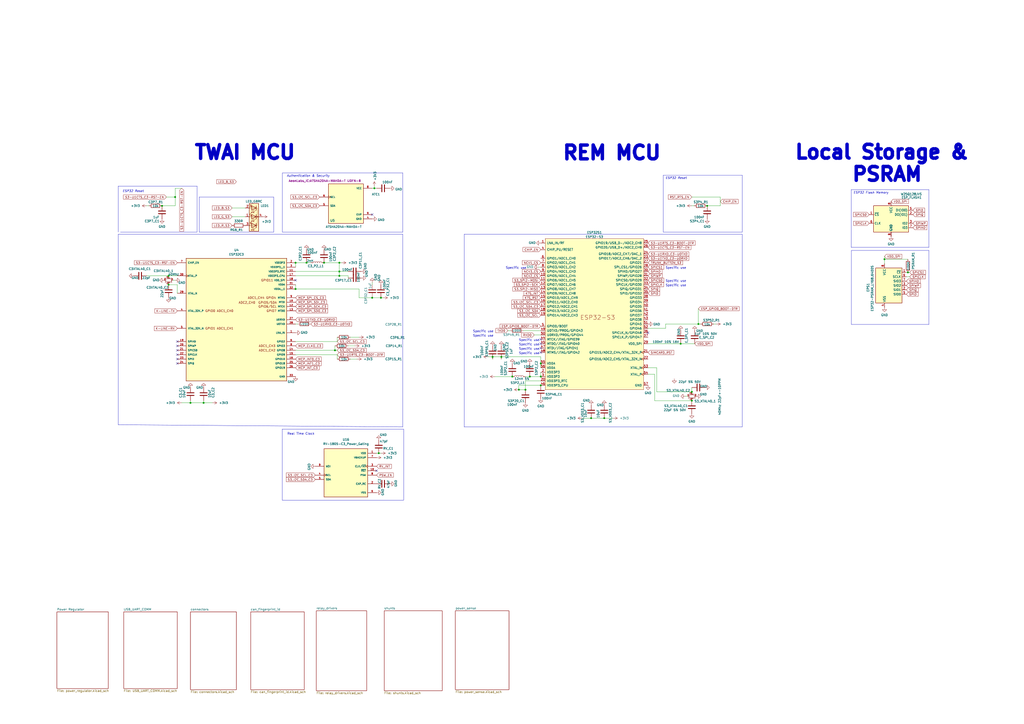
<source format=kicad_sch>
(kicad_sch (version 20240819) (generator "eeschema") (generator_version "8.99")
  (paper "A2")
  (title_block (title "Rear Electronic Module REM") (date "2024-05-24") (rev "rev. 06-2024") (company "WWW.AEONLABS.SCIENCE") (comment 1 "https://github.com/aeonSolutions") (comment 2 "License Creative Commons Share Alike non-commercial") (comment 3 "a PCB for the REM on 1998-2004 Volvo P2 models") (comment 4 "a direct replacement of the factory's original pcb"))
  (lib_symbols
    (symbol "+3V3_1" (power) (pin_names (offset 0))
      (property "Value" "+3V3_1" (at 0 3.556 0))
      (symbol "+3V3_1_1_1"
        (pin power_in line (at 0 0 90) (length 0) hide (name "+3V3") (number "1"))
      )
    )
    (symbol "AeonLabs_IC:ESP32C3" (pin_names (offset 1.016))
      (property "Reference" "U" (at -30.48 33.782 0))
      (property "Value" "ESP32C3" (at -10.414 -34.544 0))
      (symbol "ESP32C3_0_0"
        (pin input line (at -35.56 30.48 0) (length 5.08) (name "CHIP_EN") (number "7"))
        (pin input clock (at -35.56 22.86 0) (length 5.08) (name "XTAL_P") (number "30"))
        (pin output line (at -35.56 12.7 0) (length 5.08) (name "XTAL_N") (number "29"))
        (pin bidirectional line (at -35.56 2.54 0) (length 5.08) (name "XTAL_32K_P") (number "4"))
        (pin bidirectional line (at -35.56 -7.62 0) (length 5.08) (name "XTAL_32K_N") (number "5"))
        (pin bidirectional line (at -35.56 -15.24 0) (length 5.08) (name "SPIHD") (number "19"))
        (pin bidirectional line (at -35.56 -17.78 0) (length 5.08) (name "SPIWP") (number "20"))
        (pin bidirectional line (at -35.56 -20.32 0) (length 5.08) (name "SPICS0") (number "21"))
        (pin bidirectional line (at -35.56 -22.86 0) (length 5.08) (name "SPICLK") (number "22"))
        (pin bidirectional line (at -35.56 -25.4 0) (length 5.08) (name "SPID") (number "23"))
        (pin bidirectional line (at -35.56 -27.94 0) (length 5.08) (name "SPIQ") (number "24"))
        (pin power_in line (at 33.02 30.48 180) (length 5.08) (name "VDD3P3") (number "2"))
        (pin power_in line (at 33.02 27.94 180) (length 5.08) (name "VDD3P3__1") (number "3"))
        (pin power_in line (at 33.02 25.4 180) (length 5.08) (name "VDD3P3_RTC") (number "11"))
        (pin power_in line (at 33.02 22.86 180) (length 5.08) (name "VDD3P3_CPU") (number "17"))
        (pin power_in line (at 33.02 20.32 180) (length 5.08) (name "VDD_SPI") (number "18"))
        (pin power_in line (at 33.02 17.78 180) (length 5.08) (name "VDDA") (number "31"))
        (pin power_in line (at 33.02 15.24 180) (length 5.08) (name "VDDA__1") (number "32"))
        (pin bidirectional line (at 33.02 10.16 180) (length 5.08) (name "MTMS") (number "9"))
        (pin bidirectional line (at 33.02 7.62 180) (length 5.08) (name "MTDI") (number "10"))
        (pin bidirectional line (at 33.02 5.08 180) (length 5.08) (name "MTCK") (number "12"))
        (pin bidirectional line (at 33.02 2.54 180) (length 5.08) (name "MTDO") (number "13"))
        (pin bidirectional line (at 33.02 -2.54 180) (length 5.08) (name "U0RXD") (number "27"))
        (pin bidirectional line (at 33.02 -5.08 180) (length 5.08) (name "U0TXD") (number "28"))
        (pin bidirectional line (at 33.02 -10.16 180) (length 5.08) (name "LNA_IN") (number "1"))
        (pin bidirectional line (at 33.02 -15.24 180) (length 5.08) (name "GPIO2") (number "6"))
        (pin bidirectional line (at 33.02 -17.78 180) (length 5.08) (name "GPIO3") (number "8"))
        (pin bidirectional line (at 33.02 -20.32 180) (length 5.08) (name "GPIO8") (number "14"))
        (pin bidirectional line (at 33.02 -22.86 180) (length 5.08) (name "GPIO9") (number "15"))
        (pin bidirectional line (at 33.02 -25.4 180) (length 5.08) (name "GPIO10") (number "16"))
        (pin bidirectional line (at 33.02 -27.94 180) (length 5.08) (name "GPIO18") (number "25"))
        (pin bidirectional line (at 33.02 -30.48 180) (length 5.08) (name "GPIO19") (number "26"))
        (pin power_in line (at 33.02 -35.56 180) (length 5.08) (name "GND") (number "33"))
      )
      (symbol "ESP32C3_1_1"
        (text "GPIO0 ADC1_CH0" (at -11.176 2.54 0) (effects (font (size 1.27 1.27))))
        (text "GPIO1 ADC1_CH1" (at -11.176 -7.62 0) (effects (font (size 1.27 1.27))))
        (text "ADC2_CH0" (at 4.826 7.366 0) (effects (font (size 1.27 1.27))))
        (text "ADC1_CH4" (at 10.16 10.16 0) (effects (font (size 1.27 1.27))))
        (text "GPIO11" (at 16.51 20.32 0) (effects (font (size 1.27 1.27))))
        (text "ADC1_CH3" (at 16.51 -17.78 0) (effects (font (size 1.27 1.27))))
        (text "ADC1_CH2" (at 16.51 -20.32 0) (effects (font (size 1.27 1.27))))
        (text "GPIO5/SDA" (at 16.764 7.366 0) (effects (font (size 1.27 1.27))))
        (text "GPIO6/SCL" (at 16.764 5.08 0) (effects (font (size 1.27 1.27))))
        (text "GPIO4" (at 18.796 10.16 0) (effects (font (size 1.27 1.27))))
        (text "GPIO7" (at 19.05 2.54 0) (effects (font (size 1.27 1.27))))
      )
    )
    (symbol "AeonLabs_Power:RV-1805-C3_Power_Gating" (pin_names (offset 1.016))
      (property "Reference" "U" (at -12.7 13.462 0))
      (property "Value" "RV-1805-C3_Power_Gating" (at -12.7 -16.002 0))
      (symbol "RV-1805-C3_Power_Gating_0_0"
        (pin input line (at -17.78 2.54 0) (length 5.08) (name "WDI") (number "9"))
        (pin input clock (at -17.78 -2.54 0) (length 5.08) (name "SCL") (number "4"))
        (pin bidirectional line (at -17.78 -5.08 0) (length 5.08) (name "SDA") (number "5"))
        (pin power_in line (at 17.78 10.16 180) (length 5.08) (name "VDD") (number "1"))
        (pin power_in line (at 17.78 7.62 180) (length 5.08) (name "VBACKUP") (number "7"))
        (pin output clock (at 17.78 2.54 180) (length 5.08) (name "CLK/~{INT}") (number "3"))
        (pin output line (at 17.78 0 180) (length 5.08) (name "~{RST}") (number "10"))
        (pin output line (at 17.78 -2.54 180) (length 5.08) (name "PSW") (number "8"))
        (pin output line (at 17.78 -7.62 180) (length 5.08) (name "CAP_RC") (number "2"))
        (pin power_in line (at 17.78 -12.7 180) (length 5.08) (name "VSS") (number "6"))
      )
    )
    (symbol "Device:ATSHA204A-MAHDA-T" (pin_names (offset 1.016))
      (property "Reference" "U" (at -9.906 7.62 0))
      (property "Value" "ATSHA204A-MAHDA-T" (at -10.1854 -15.2654 0))
      (property "Footprint" "Package_SO:ATSHA204A Auth SOIC8" (at -7.112 14.478 0))
      (symbol "ATSHA204A-MAHDA-T_0_0"
        (pin input clock (at -15.24 2.54 0) (length 5.08) (name "SCL") (number "6"))
        (pin bidirectional line (at -15.24 -2.54 0) (length 5.08) (name "SDA") (number "5"))
        (pin power_in line (at 15.24 7.62 180) (length 5.08) (name "VCC") (number "8"))
        (pin power_in line (at 15.24 -7.62 180) (length 5.08) (name "EXP") (number "9"))
        (pin power_in line (at 15.24 -10.16 180) (length 5.08) (name "GND") (number "4"))
      )
    )
    (symbol "Device:C" (pin_numbers hide) (pin_names (offset 0.254))
      (property "Reference" "C" (at 0.635 2.54 0))
      (property "Value" "C" (at 0.635 -2.54 0))
      (symbol "C_1_1"
        (pin passive line (at 0 3.81 270) (length 2.794) (name "~") (number "1"))
        (pin passive line (at 0 -3.81 90) (length 2.794) (name "~") (number "2"))
      )
    )
    (symbol "Device:Crystal_GND24_Small" (pin_names (offset 1.016) hide)
      (property "Reference" "Y" (at 1.27 4.445 0))
      (property "Value" "Crystal_GND24_Small" (at 1.27 2.54 0))
      (symbol "Crystal_GND24_Small_1_1"
        (pin passive line (at -2.54 0 0) (length 1.27) (name "1") (number "1"))
        (pin passive line (at 0 2.54 270) (length 0.635) (name "4") (number "4"))
        (pin passive line (at 0 -2.54 90) (length 0.635) (name "2") (number "2"))
        (pin passive line (at 2.54 0 180) (length 1.27) (name "3") (number "3"))
      )
    )
    (symbol "Device:L" (pin_numbers hide) (pin_names (offset 1.016) hide)
      (property "Reference" "L" (at -1.27 0 90))
      (property "Value" "L" (at 1.905 0 90))
      (symbol "L_1_1"
        (pin passive line (at 0 3.81 270) (length 1.27) (name "1") (number "1"))
        (pin passive line (at 0 -3.81 90) (length 1.27) (name "2") (number "2"))
      )
    )
    (symbol "Device:LED_GBRC" (pin_names (offset 0) hide)
      (property "Reference" "D" (at 0 9.398 0))
      (property "Value" "Device_LED_GBRC" (at 0 -8.89 0))
      (symbol "LED_GBRC_0_0"
        (text "R" (at 1.905 3.81 0) (effects (font (size 1.27 1.27))))
        (text "G" (at 1.905 -1.27 0) (effects (font (size 1.27 1.27))))
        (text "B" (at 1.905 -6.35 0) (effects (font (size 1.27 1.27))))
      )
      (symbol "LED_GBRC_1_1"
        (pin passive line (at -5.08 0 0) (length 2.54) (name "K") (number "4"))
        (pin passive line (at 5.08 5.08 180) (length 2.54) (name "RA") (number "3"))
        (pin passive line (at 5.08 0 180) (length 2.54) (name "GA") (number "1"))
        (pin passive line (at 5.08 -5.08 180) (length 2.54) (name "BA") (number "2"))
      )
    )
    (symbol "Device:R" (pin_numbers hide) (pin_names (offset 0))
      (property "Reference" "R" (at 2.032 0 90))
      (property "Value" "R" (at 0 0 90))
      (symbol "R_1_1"
        (pin passive line (at 0 3.81 270) (length 1.27) (name "~") (number "1"))
        (pin passive line (at 0 -3.81 90) (length 1.27) (name "~") (number "2"))
      )
    )
    (symbol "Espressif:ESP32-S3" (pin_names (offset 1.016))
      (property "Reference" "U" (at 0 46.99 0))
      (property "Value" "ESP32-S3" (at 0 -43.18 0))
      (symbol "ESP32-S3_0_0"
        (text "ESP32-S3" (at 1.27 0 0) (effects (font (size 2.54 2.54))))
        (pin bidirectional line (at 30.48 -8.89 180) (length 2.54) (name "SPICLK_N/GPIO48") (number "36"))
        (pin bidirectional line (at 30.48 -11.43 180) (length 2.54) (name "SPICLK_P/GPIO47") (number "37"))
      )
      (symbol "ESP32-S3_1_1"
        (pin bidirectional line (at -31.75 43.18 0) (length 2.54) (name "LNA_IN/RF") (number "1"))
        (pin input line (at -31.75 39.37 0) (length 2.54) (name "CHIP_PU/RESET") (number "4"))
        (pin bidirectional line (at -31.75 34.29 0) (length 2.54) (name "GPIO1/ADC1_CH0") (number "6"))
        (pin bidirectional line (at -31.75 31.75 0) (length 2.54) (name "GPIO2/ADC1_CH1") (number "7"))
        (pin bidirectional line (at -31.75 29.21 0) (length 2.54) (name "GPIO3/ADC1_CH2") (number "8"))
        (pin bidirectional line (at -31.75 26.67 0) (length 2.54) (name "GPIO4/ADC1_CH3") (number "9"))
        (pin bidirectional line (at -31.75 24.13 0) (length 2.54) (name "GPIO5/ADC1_CH4") (number "10"))
        (pin bidirectional line (at -31.75 21.59 0) (length 2.54) (name "GPIO6/ADC1_CH5") (number "11"))
        (pin bidirectional line (at -31.75 19.05 0) (length 2.54) (name "GPIO7/ADC1_CH6") (number "12"))
        (pin bidirectional line (at -31.75 16.51 0) (length 2.54) (name "GPIO8/ADC1_CH7") (number "13"))
        (pin bidirectional line (at -31.75 13.97 0) (length 2.54) (name "GPIO9/ADC1_CH8") (number "14"))
        (pin bidirectional line (at -31.75 11.43 0) (length 2.54) (name "GPIO10/ADC1_CH9") (number "15"))
        (pin bidirectional line (at -31.75 8.89 0) (length 2.54) (name "GPIO11/ADC2_CH0") (number "16"))
        (pin bidirectional line (at -31.75 6.35 0) (length 2.54) (name "GPIO12/ADC2_CH1") (number "17"))
        (pin bidirectional line (at -31.75 3.81 0) (length 2.54) (name "GPIO13/ADC2_CH2") (number "18"))
        (pin bidirectional line (at -31.75 1.27 0) (length 2.54) (name "GPIO14/ADC2_CH3") (number "19"))
        (pin bidirectional line (at -31.75 -5.08 0) (length 2.54) (name "GPIO0/BOOT") (number "5"))
        (pin bidirectional line (at -31.75 -7.62 0) (length 2.54) (name "U0TXD/PROG/GPIO43") (number "49"))
        (pin bidirectional line (at -31.75 -10.16 0) (length 2.54) (name "U0RXD/PROG/GPIO44") (number "50"))
        (pin bidirectional line (at -31.75 -12.7 0) (length 2.54) (name "MTCK/JTAG/GPIO39") (number "44"))
        (pin bidirectional line (at -31.75 -15.24 0) (length 2.54) (name "MTDO/JTAG/GPIO40") (number "45"))
        (pin bidirectional line (at -31.75 -17.78 0) (length 2.54) (name "MTDI/JTAG/GPIO41") (number "47"))
        (pin bidirectional line (at -31.75 -20.32 0) (length 2.54) (name "MTMS/JTAG/GPIO42") (number "48"))
        (pin power_in line (at -31.75 -26.67 0) (length 2.54) (name "VDDA") (number "55"))
        (pin power_in line (at -31.75 -29.21 0) (length 2.54) (name "VDDA") (number "56"))
        (pin power_in line (at -31.75 -31.75 0) (length 2.54) (name "VDD3P3") (number "2"))
        (pin power_in line (at -31.75 -34.29 0) (length 2.54) (name "VDD3P3") (number "3"))
        (pin power_in line (at -31.75 -36.83 0) (length 2.54) (name "VDD3P3_RTC") (number "20"))
        (pin power_in line (at -31.75 -39.37 0) (length 2.54) (name "VDD3P3_CPU") (number "46"))
        (pin bidirectional line (at 30.48 43.18 180) (length 2.54) (name "GPIO19/USB_D-/ADC2_CH8") (number "25"))
        (pin bidirectional line (at 30.48 40.64 180) (length 2.54) (name "GPIO20/USB_D+/ADC2_CH9") (number "26"))
        (pin bidirectional line (at 30.48 36.83 180) (length 2.54) (name "GPIO18/ADC2_CH7/DAC_1") (number "24"))
        (pin bidirectional line (at 30.48 34.29 180) (length 2.54) (name "GPIO17/ADC2_CH6/DAC_2") (number "23"))
        (pin bidirectional line (at 30.48 31.75 180) (length 2.54) (name "GPIO21") (number "27"))
        (pin bidirectional line (at 30.48 29.21 180) (length 2.54) (name "SPI_CS1/GPIO26") (number "28"))
        (pin bidirectional line (at 30.48 26.67 180) (length 2.54) (name "SPIHD/GPIO27") (number "30"))
        (pin bidirectional line (at 30.48 24.13 180) (length 2.54) (name "SPIWP/GPIO28") (number "31"))
        (pin bidirectional line (at 30.48 21.59 180) (length 2.54) (name "SPICS0/GPIO29") (number "32"))
        (pin bidirectional line (at 30.48 19.05 180) (length 2.54) (name "SPICLK/GPIO30") (number "33"))
        (pin bidirectional line (at 30.48 16.51 180) (length 2.54) (name "SPIQ/GPIO31") (number "34"))
        (pin bidirectional line (at 30.48 13.97 180) (length 2.54) (name "SPID/GPIO32") (number "35"))
        (pin bidirectional line (at 30.48 11.43 180) (length 2.54) (name "GPIO33") (number "38"))
        (pin bidirectional line (at 30.48 8.89 180) (length 2.54) (name "GPIO34") (number "39"))
        (pin bidirectional line (at 30.48 6.35 180) (length 2.54) (name "GPIO35") (number "40"))
        (pin bidirectional line (at 30.48 3.81 180) (length 2.54) (name "GPIO36") (number "41"))
        (pin bidirectional line (at 30.48 1.27 180) (length 2.54) (name "GPIO37") (number "42"))
        (pin bidirectional line (at 30.48 -1.27 180) (length 2.54) (name "GPIO38") (number "43"))
        (pin bidirectional line (at 30.48 -3.81 180) (length 2.54) (name "GPIO45") (number "51"))
        (pin bidirectional line (at 30.48 -6.35 180) (length 2.54) (name "GPIO46") (number "52"))
        (pin power_out line (at 30.48 -15.24 180) (length 2.54) (name "VDD_SPI") (number "29"))
        (pin input clock (at 30.48 -20.32 180) (length 2.54) (name "GPIO15/ADC2_CH4/XTAL_32K_P") (number "21"))
        (pin output clock (at 30.48 -24.13 180) (length 2.54) (name "GPIO16/ADC2_CH5/XTAL_32K_N") (number "22"))
        (pin input clock (at 30.48 -29.21 180) (length 2.54) (name "XTAL_N") (number "53"))
        (pin output clock (at 30.48 -33.02 180) (length 2.54) (name "XTAL_P") (number "54"))
        (pin power_in line (at 30.48 -39.37 180) (length 2.54) (name "GND") (number "57"))
      )
    )
    (symbol "Memory_Flash:SPI_Flash_W25Q128JVS"
      (property "Reference" "ESP_FLASH1" (at -12.7 11.43 0))
      (property "Value" "W25Q128JVS" (at -14.478 9.398 0))
      (symbol "SPI_Flash_W25Q128JVS_1_1"
        (pin input line (at -12.7 2.54 0) (length 2.54) (name "~{CS}") (number "1"))
        (pin input line (at -12.7 -2.54 0) (length 2.54) (name "CLK") (number "6"))
        (pin power_in line (at 0 10.16 270) (length 2.54) (name "VCC") (number "8"))
        (pin power_in line (at 0 -10.16 90) (length 2.54) (name "GND") (number "4"))
        (pin power_in line (at 0 -10.16 90) (length 2.54) (name "GND") (number "9"))
        (pin bidirectional line (at 12.7 5.08 180) (length 2.54) (name "DI(IO0)") (number "5"))
        (pin bidirectional line (at 12.7 2.54 180) (length 2.54) (name "DO(IO1)") (number "2"))
        (pin bidirectional line (at 12.7 -2.54 180) (length 2.54) (name "IO2") (number "3"))
        (pin bidirectional line (at 12.7 -5.08 180) (length 2.54) (name "IO3") (number "7"))
      )
    )
    (symbol "Memory_RAM:ESP32-PSRAM_LY68L6400S"
      (property "Reference" "EPS" (at -5.08 0.508 0))
      (property "Value" "ESP32-PSRAM_LY68L6400S" (at -12.192 23.368 0))
      (symbol "ESP32-PSRAM_LY68L6400S_1_1"
        (pin power_in line (at -2.54 12.7 270) (length 2.54) (name "VCC") (number "8"))
        (pin power_in line (at -2.54 -12.7 90) (length 2.54) (name "VSS") (number "4"))
        (pin input line (at 10.16 7.62 180) (length 2.54) (name "~{CE}") (number "1"))
        (pin output line (at 10.16 5.08 180) (length 2.54) (name "SCLK") (number "6"))
        (pin bidirectional line (at 10.16 2.54 180) (length 2.54) (name "SIO3") (number "7"))
        (pin bidirectional line (at 10.16 0 180) (length 2.54) (name "SIO2") (number "3"))
        (pin input line (at 10.16 -2.54 180) (length 2.54) (name "SIO1") (number "2"))
        (pin output line (at 10.16 -5.08 180) (length 2.54) (name "SiO0") (number "5"))
      )
    )
    (symbol "power:+3V3" (power) (pin_names (offset 0))
      (property "Value" "+3V3" (at 0 3.556 0))
      (symbol "+3V3_1_1"
        (pin power_in line (at 0 0 90) (length 0) hide (name "+3V3") (number "1"))
      )
    )
    (symbol "power:GND" (power) (pin_names (offset 0))
      (property "Value" "GND" (at 0 -3.81 0))
      (symbol "GND_1_1"
        (pin power_in line (at 0 0 270) (length 0) hide (name "GND") (number "1"))
      )
    )
  )
  (rectangle (start 163.703 248.92) (end 234.1626 290.1442))
  (text "Specific use" (at 293.37 156.21 0) (effects (font (size 1.27 1.27)) (justify left bottom)))
  (text "REM MCU" (at 325.628 93.472 0) (effects (font (size 8 8) (thickness 2) (bold yes)) (justify left bottom)))
  (text "Specific use" (at 386.08 166.37 0) (effects (font (size 1.27 1.27)) (justify left bottom)))
  (text "ESP32 Flash Memory\n" (at 495.046 112.649 0) (effects (font (size 1.27 1.27) (italic yes)) (justify left bottom)))
  (text "Local Storage & \nPSRAM" (at 514.604 105.918 0) (effects (font (size 8 8) (thickness 2) (bold yes)) (justify bottom)))
  (text "Specific use" (at 274.32 193.04 0) (effects (font (size 1.27 1.27)) (justify left bottom)))
  (text "Specific use" (at 300.99 205.74 0) (effects (font (size 1.27 1.27)) (justify left bottom)))
  (text "Real Time Clock" (at 166.624 252.476 0) (effects (font (size 1.27 1.27)) (justify left bottom)))
  (text "ESP32 Reset" (at 386.08 104.14 0) (effects (font (size 1.27 1.27) (italic yes)) (justify left bottom)))
  (text "Specific use" (at 386.08 156.21 0) (effects (font (size 1.27 1.27)) (justify left bottom)))
  (text "Authentication & Security" (at 166.37 102.87 0) (effects (font (size 1.27 1.27) (italic yes)) (justify left bottom)))
  (text "Specific use" (at 300.99 203.2 0) (effects (font (size 1.27 1.27)) (justify left bottom)))
  (text "Specific use" (at 300.99 200.66 0) (effects (font (size 1.27 1.27)) (justify left bottom)))
  (text "ESP32 Reset" (at 71.12 111.76 0) (effects (font (size 1.27 1.27) (italic yes)) (justify left bottom)))
  (text "Specific use" (at 300.99 198.12 0) (effects (font (size 1.27 1.27)) (justify left bottom)))
  (text "Specific use" (at 274.32 195.58 0) (effects (font (size 1.27 1.27)) (justify left bottom)))
  (text "TWAI MCU" (at 112.014 93.218 0) (effects (font (size 8 8) (thickness 2) (bold yes)) (justify left bottom)))
  (text "Specific use" (at 386.08 163.83 0) (effects (font (size 1.27 1.27)) (justify left bottom)))
  (junction (at 405.13 187.96))
  (junction (at 220.98 172.72))
  (junction (at 196.85 160.02))
  (junction (at 304.8 226.06))
  (junction (at 194.31 203.2))
  (junction (at 171.45 167.64))
  (junction (at 93.98 119.38))
  (junction (at 196.85 152.4))
  (junction (at 187.96 152.4))
  (junction (at 410.21 119.38))
  (junction (at 97.79 160.02))
  (junction (at 297.18 218.44))
  (junction (at 97.79 165.1))
  (junction (at 401.32 232.41))
  (junction (at 513.08 150.368))
  (junction (at 313.69 218.44))
  (junction (at 401.32 227.33))
  (junction (at 350.52 242.57))
  (junction (at 526.669 157.988))
  (junction (at 307.34 218.44))
  (junction (at 101.6 114.3))
  (junction (at 313.69 210.82))
  (junction (at 219.71 262.89))
  (junction (at 300.99 226.06))
  (junction (at 171.45 152.4))
  (junction (at 196.85 157.48))
  (junction (at 285.75 207.01))
  (junction (at 217.17 109.22))
  (junction (at 290.83 207.01))
  (junction (at 110.49 233.68))
  (junction (at 394.843 199.39))
  (junction (at 118.11 233.68))
  (junction (at 342.9 242.57))
  (junction (at 177.8 152.4))
  (junction (at 313.69 223.52))
  (junction (at 215.9 172.72))
  (no_connect (at 102.87 205.74))
  (no_connect (at 218.44 273.05))
  (no_connect (at 102.87 208.28))
  (no_connect (at 313.69 199.39))
  (no_connect (at 313.69 196.85))
  (no_connect (at 215.9 124.46))
  (no_connect (at 313.69 204.47))
  (no_connect (at 171.45 162.56))
  (no_connect (at 375.92 193.04))
  (no_connect (at 102.87 200.66))
  (no_connect (at 102.87 198.12))
  (no_connect (at 102.87 203.2))
  (no_connect (at 313.69 201.93))
  (no_connect (at 102.87 210.82))
  (wire (pts (xy 101.6 109.22) (xy 101.6 114.3)))
  (wire (pts (xy 381 213.36) (xy 381 227.33)))
  (polyline (pts (xy 68.58 134.62) (xy 68.58 107.95)))
  (polyline (pts (xy 430.53 135.89) (xy 430.53 247.65)))
  (wire (pts (xy 205.74 200.66) (xy 201.93 200.66)))
  (wire (pts (xy 196.85 157.48) (xy 196.85 160.02)))
  (wire (pts (xy 313.69 210.82) (xy 313.69 213.36)))
  (wire (pts (xy 513.08 150.368) (xy 526.669 150.368)))
  (wire (pts (xy 300.99 226.06) (xy 300.99 223.52)))
  (wire (pts (xy 198.12 152.4) (xy 196.85 152.4)))
  (wire (pts (xy 215.9 172.72) (xy 220.98 172.72)))
  (polyline (pts (xy 233.68 135.89) (xy 233.68 247.65)))
  (wire (pts (xy 394.843 191.77) (xy 394.843 191.643)))
  (wire (pts (xy 287.02 218.44) (xy 297.18 218.44)))
  (wire (pts (xy 394.843 199.39) (xy 402.971 199.39)))
  (wire (pts (xy 142.24 120.65) (xy 134.62 120.65)))
  (wire (pts (xy 513.08 148.717) (xy 513.08 150.368)))
  (wire (pts (xy 219.71 262.89) (xy 218.44 262.89)))
  (polyline (pts (xy 493.776 143.51) (xy 493.776 109.982)))
  (wire (pts (xy 208.28 167.64) (xy 208.28 172.72)))
  (wire (pts (xy 415.29 187.96) (xy 414.02 187.96)))
  (wire (pts (xy 309.88 194.31) (xy 313.69 194.31)))
  (polyline (pts (xy 493.776 109.982) (xy 538.861 109.982)))
  (wire (pts (xy 194.31 200.66) (xy 194.31 203.2)))
  (wire (pts (xy 215.9 109.22) (xy 217.17 109.22)))
  (wire (pts (xy 350.52 242.57) (xy 355.6 242.57)))
  (wire (pts (xy 171.45 152.4) (xy 177.8 152.4)))
  (polyline (pts (xy 493.903 188.214) (xy 538.861 188.214)))
  (polyline (pts (xy 538.861 143.51) (xy 493.776 143.51)))
  (wire (pts (xy 207.01 208.28) (xy 203.2 208.28)))
  (wire (pts (xy 171.45 205.74) (xy 195.58 205.74)))
  (wire (pts (xy 290.83 208.28) (xy 290.83 207.01)))
  (wire (pts (xy 342.9 242.57) (xy 350.52 242.57)))
  (wire (pts (xy 105.41 233.68) (xy 110.49 233.68)))
  (wire (pts (xy 201.93 160.02) (xy 201.93 161.29)))
  (wire (pts (xy 375.92 190.5) (xy 386.08 190.5)))
  (polyline (pts (xy 115.57 114.3) (xy 115.57 134.62)))
  (wire (pts (xy 417.83 114.3) (xy 417.83 119.38)))
  (polyline (pts (xy 493.903 145.288) (xy 493.903 146.558)))
  (wire (pts (xy 220.98 172.72) (xy 222.25 172.72)))
  (wire (pts (xy 194.31 203.2) (xy 171.45 203.2)))
  (wire (pts (xy 220.98 262.89) (xy 219.71 262.89)))
  (wire (pts (xy 304.8 220.98) (xy 304.8 226.06)))
  (wire (pts (xy 513.08 150.368) (xy 513.08 152.908)))
  (wire (pts (xy 102.87 165.1) (xy 97.79 165.1)))
  (wire (pts (xy 375.92 213.36) (xy 381 213.36)))
  (wire (pts (xy 101.6 109.22) (xy 105.41 109.22)))
  (wire (pts (xy 196.85 157.48) (xy 201.93 157.48)))
  (wire (pts (xy 195.58 205.74) (xy 195.58 208.28)))
  (wire (pts (xy 401.32 119.38) (xy 402.59 119.38)))
  (wire (pts (xy 101.6 114.3) (xy 101.6 119.38)))
  (wire (pts (xy 110.49 233.68) (xy 118.11 233.68)))
  (wire (pts (xy 304.8 226.06) (xy 300.99 226.06)))
  (wire (pts (xy 97.79 160.02) (xy 102.87 160.02)))
  (wire (pts (xy 208.28 195.58) (xy 203.2 195.58)))
  (wire (pts (xy 307.34 218.44) (xy 313.69 218.44)))
  (wire (pts (xy 208.28 167.64) (xy 171.45 167.64)))
  (wire (pts (xy 110.49 232.41) (xy 110.49 233.68)))
  (polyline (pts (xy 68.58 135.89) (xy 233.68 135.89)))
  (wire (pts (xy 171.45 165.1) (xy 171.45 167.64)))
  (polyline (pts (xy 384.81 101.6) (xy 430.53 101.6)))
  (polyline (pts (xy 384.81 134.62) (xy 384.81 101.6)))
  (wire (pts (xy 313.69 207.01) (xy 313.69 210.82)))
  (wire (pts (xy 527.685 160.528) (xy 525.78 160.528)))
  (wire (pts (xy 85.09 119.38) (xy 86.36 119.38)))
  (wire (pts (xy 208.28 172.72) (xy 215.9 172.72)))
  (polyline (pts (xy 114.3 134.62) (xy 69.85 134.62)))
  (wire (pts (xy 401.32 227.33) (xy 381 227.33)))
  (polyline (pts (xy 233.68 247.65) (xy 68.58 246.38)))
  (polyline (pts (xy 538.861 188.214) (xy 538.861 145.288)))
  (wire (pts (xy 405.13 179.07) (xy 405.13 187.96)))
  (wire (pts (xy 304.8 218.44) (xy 307.34 218.44)))
  (wire (pts (xy 406.4 187.96) (xy 405.13 187.96)))
  (wire (pts (xy 526.669 157.988) (xy 527.685 157.988)))
  (polyline (pts (xy 430.53 134.62) (xy 384.81 134.62)))
  (wire (pts (xy 217.17 107.95) (xy 217.17 109.22)))
  (wire (pts (xy 401.32 224.79) (xy 401.32 227.33)))
  (wire (pts (xy 379.73 217.17) (xy 375.92 217.17)))
  (wire (pts (xy 401.32 114.3) (xy 417.83 114.3)))
  (wire (pts (xy 101.6 119.38) (xy 93.98 119.38)))
  (polyline (pts (xy 538.861 109.982) (xy 538.861 143.51)))
  (wire (pts (xy 386.08 187.96) (xy 405.13 187.96)))
  (wire (pts (xy 195.58 203.2) (xy 194.31 203.2)))
  (wire (pts (xy 283.21 207.01) (xy 285.75 207.01)))
  (wire (pts (xy 417.83 119.38) (xy 410.21 119.38)))
  (wire (pts (xy 379.73 232.41) (xy 401.32 232.41)))
  (wire (pts (xy 312.42 154.94) (xy 313.69 154.94)))
  (wire (pts (xy 171.45 152.4) (xy 171.45 154.94)))
  (wire (pts (xy 294.64 191.77) (xy 295.91 191.77)))
  (polyline (pts (xy 430.53 247.65) (xy 269.24 247.65)))
  (polyline (pts (xy 163.83 134.62) (xy 163.83 100.33)))
  (wire (pts (xy 290.83 207.01) (xy 313.69 207.01)))
  (wire (pts (xy 96.52 114.3) (xy 101.6 114.3)))
  (polyline (pts (xy 158.75 114.3) (xy 115.57 114.3)))
  (polyline (pts (xy 538.861 145.288) (xy 493.903 145.288)))
  (wire (pts (xy 118.11 232.41) (xy 118.11 233.68)))
  (polyline (pts (xy 68.58 246.38) (xy 68.58 135.89)))
  (wire (pts (xy 290.83 207.01) (xy 285.75 207.01)))
  (wire (pts (xy 196.85 160.02) (xy 201.93 160.02)))
  (wire (pts (xy 171.45 160.02) (xy 196.85 160.02)))
  (wire (pts (xy 118.11 233.68) (xy 123.19 233.68)))
  (polyline (pts (xy 493.903 146.685) (xy 493.903 188.214)))
  (wire (pts (xy 313.69 215.9) (xy 313.69 218.44)))
  (wire (pts (xy 196.85 152.4) (xy 187.96 152.4)))
  (wire (pts (xy 172.72 187.96) (xy 171.45 187.96)))
  (wire (pts (xy 313.69 220.98) (xy 304.8 220.98)))
  (wire (pts (xy 386.08 190.5) (xy 386.08 187.96)))
  (wire (pts (xy 177.8 152.4) (xy 180.34 152.4)))
  (polyline (pts (xy 430.53 101.6) (xy 430.53 134.62)))
  (wire (pts (xy 196.85 152.4) (xy 196.85 157.48)))
  (wire (pts (xy 285.75 208.28) (xy 285.75 207.01)))
  (wire (pts (xy 171.45 157.48) (xy 196.85 157.48)))
  (polyline (pts (xy 68.58 107.95) (xy 114.3 107.95)))
  (wire (pts (xy 375.92 199.39) (xy 394.843 199.39)))
  (polyline (pts (xy 233.68 134.62) (xy 163.83 134.62)))
  (polyline (pts (xy 269.24 135.89) (xy 430.53 135.89)))
  (wire (pts (xy 526.669 157.988) (xy 525.78 157.988)))
  (wire (pts (xy 85.09 160.02) (xy 97.79 160.02)))
  (wire (pts (xy 303.53 191.77) (xy 313.69 191.77)))
  (wire (pts (xy 300.99 223.52) (xy 313.69 223.52)))
  (wire (pts (xy 100.33 162.56) (xy 101.6 162.56)))
  (wire (pts (xy 134.62 125.73) (xy 142.24 125.73)))
  (polyline (pts (xy 269.24 247.65) (xy 269.24 135.89)))
  (wire (pts (xy 398.78 229.87) (xy 397.51 229.87)))
  (wire (pts (xy 379.73 232.41) (xy 379.73 217.17)))
  (polyline (pts (xy 114.3 107.95) (xy 114.3 134.62)))
  (wire (pts (xy 217.17 109.22) (xy 218.44 109.22)))
  (polyline (pts (xy 115.57 134.62) (xy 158.75 134.62)))
  (polyline (pts (xy 158.75 134.62) (xy 158.75 114.3)))
  (polyline (pts (xy 233.68 100.33) (xy 233.68 134.62)))
  (wire (pts (xy 102.87 165.1) (xy 102.87 170.18)))
  (wire (pts (xy 215.9 163.83) (xy 215.9 165.1)))
  (wire (pts (xy 195.58 198.12) (xy 171.45 198.12)))
  (wire (pts (xy 195.58 195.58) (xy 195.58 198.12)))
  (wire (pts (xy 337.82 242.57) (xy 342.9 242.57)))
  (polyline (pts (xy 163.83 100.33) (xy 233.68 100.33)))
  (global_label "S3-U1CTS_C3-RST-EN" (shape input) (at 105.41 109.22 270) (property "Intersheetrefs" "${INTERSHEET_REFS}" (effects (hide yes))))
  (global_label "ESP_GPIO0_BOOT-DTR" (shape input) (at 405.13 179.07 0) (property "Intersheetrefs" "${INTERSHEET_REFS}" (effects (hide yes))))
  (global_label "CHIP_EN" (shape input) (at 313.69 144.78 180) (property "Intersheetrefs" "${INTERSHEET_REFS}" (effects (hide yes))))
  (global_label "MCP_SPI_SDO_C3" (shape input) (at 171.45 180.34 0) (property "Intersheetrefs" "${INTERSHEET_REFS}" (effects (hide yes))))
  (global_label "S3-U1RXD_C3-U0TXD" (shape input) (at 180.34 187.96 0) (effects (font (italic yes))) (property "Intersheetrefs" "${INTERSHEET_REFS}" (effects (hide yes))))
  (global_label "SPID" (shape input) (at 529.59 121.92 0) (effects (font (italic yes))) (property "Intersheetrefs" "${INTERSHEET_REFS}" (effects (hide yes))))
  (global_label "S3_I2C_SDA_C3" (shape input) (at 182.88 278.13 180) (property "Intersheetrefs" "${INTERSHEET_REFS}" (effects (hide yes))))
  (global_label "MCP_SPI_SDI_C3" (shape input) (at 171.45 175.26 0) (property "Intersheetrefs" "${INTERSHEET_REFS}" (effects (hide yes))))
  (global_label "SPID" (shape input) (at 525.78 170.688 0) (effects (font (italic yes))) (property "Intersheetrefs" "${INTERSHEET_REFS}" (effects (hide yes))))
  (global_label "NCV1_CS" (shape input) (at 313.69 152.4 180) (property "Intersheetrefs" "${INTERSHEET_REFS}" (effects (hide yes))))
  (global_label "VDD_SPI" (shape input) (at 516.89 116.84 0) (effects (font (italic yes))) (property "Intersheetrefs" "${INTERSHEET_REFS}" (effects (hide yes))))
  (global_label "MCP_INT0_C3" (shape input) (at 171.45 208.28 0) (property "Intersheetrefs" "${INTERSHEET_REFS}" (effects (hide yes))))
  (global_label "K-LINE-RX" (shape input) (at 102.87 190.5 180) (property "Intersheetrefs" "${INTERSHEET_REFS}" (effects (hide yes))))
  (global_label "S3_I2C_SDA_C3" (shape input) (at 195.58 203.2 0) (property "Intersheetrefs" "${INTERSHEET_REFS}" (effects (hide yes))))
  (global_label "S3_I2C_SDA" (shape input) (at 313.69 180.34 180) (property "Intersheetrefs" "${INTERSHEET_REFS}" (effects (hide yes))))
  (global_label "PSW_EN" (shape input) (at 218.44 275.59 0) (property "Intersheetrefs" "${INTERSHEET_REFS}" (effects (hide yes))))
  (global_label "SPIWP" (shape input) (at 529.59 129.54 0) (effects (font (italic yes))) (property "Intersheetrefs" "${INTERSHEET_REFS}" (effects (hide yes))))
  (global_label "S3-U1CTS_C3-RST-EN" (shape input) (at 102.87 152.4 180) (property "Intersheetrefs" "${INTERSHEET_REFS}" (effects (hide yes))))
  (global_label "K-LINE-TX" (shape input) (at 102.87 180.34 180) (property "Intersheetrefs" "${INTERSHEET_REFS}" (effects (hide yes))))
  (global_label "NCV2_CS" (shape input) (at 313.69 160.02 180) (property "Intersheetrefs" "${INTERSHEET_REFS}" (effects (hide yes))))
  (global_label "SPICS0" (shape input) (at 375.92 162.56 0) (effects (font (italic yes))) (property "Intersheetrefs" "${INTERSHEET_REFS}" (effects (hide yes))))
  (global_label "SPIHD" (shape input) (at 529.59 132.08 0) (effects (font (italic yes))) (property "Intersheetrefs" "${INTERSHEET_REFS}" (effects (hide yes))))
  (global_label "LED_B_S3" (shape input) (at 134.62 120.65 180) (property "Intersheetrefs" "${INTERSHEET_REFS}" (effects (hide yes))))
  (global_label "S3_SPI2-MISO" (shape input) (at 313.69 167.64 180) (property "Intersheetrefs" "${INTERSHEET_REFS}" (effects (hide yes))))
  (global_label "S3_I2C_SDA_C3" (shape input) (at 185.42 119.38 180) (property "Intersheetrefs" "${INTERSHEET_REFS}" (effects (hide yes))))
  (global_label "RXD0" (shape input) (at 309.88 194.31 180) (property "Intersheetrefs" "${INTERSHEET_REFS}" (effects (hide yes))))
  (global_label "S3_I2C_SDA_C3" (shape input) (at 313.69 177.8 180) (property "Intersheetrefs" "${INTERSHEET_REFS}" (effects (hide yes))))
  (global_label "S3_I2C_SCL_C3" (shape input) (at 313.69 175.26 180) (property "Intersheetrefs" "${INTERSHEET_REFS}" (effects (hide yes))))
  (global_label "S3_I2C_SCL_C3" (shape input) (at 182.88 275.59 180) (property "Intersheetrefs" "${INTERSHEET_REFS}" (effects (hide yes))))
  (global_label "TRUNK_BUTTON_S3" (shape input) (at 375.92 152.4 0) (effects (font (italic yes))) (property "Intersheetrefs" "${INTERSHEET_REFS}" (effects (hide yes))))
  (global_label "MCP_CLKO_C3" (shape input) (at 171.45 200.66 0) (property "Intersheetrefs" "${INTERSHEET_REFS}" (effects (hide yes))))
  (global_label "CHIP_EN" (shape input) (at 417.83 116.84 0) (property "Intersheetrefs" "${INTERSHEET_REFS}" (effects (hide yes))))
  (global_label "KTS_INT" (shape input) (at 313.69 170.18 180) (property "Intersheetrefs" "${INTERSHEET_REFS}" (effects (hide yes))))
  (global_label "LED_B_S3" (shape input) (at 137.16 105.41 180) (property "Intersheetrefs" "${INTERSHEET_REFS}" (effects (hide yes))))
  (global_label "SPIWP" (shape input) (at 525.78 165.608 0) (effects (font (italic yes))) (property "Intersheetrefs" "${INTERSHEET_REFS}" (effects (hide yes))))
  (global_label "KTS_RST" (shape input) (at 313.69 172.72 180) (property "Intersheetrefs" "${INTERSHEET_REFS}" (effects (hide yes))))
  (global_label "VDD_SPI" (shape input) (at 402.971 199.39 0) (property "Intersheetrefs" "${INTERSHEET_REFS}" (effects (hide yes))))
  (global_label "S3_I2C_SCL_C3" (shape input) (at 185.42 114.3 180) (property "Intersheetrefs" "${INTERSHEET_REFS}" (effects (hide yes))))
  (global_label "SPIQ" (shape input) (at 525.78 168.148 0) (effects (font (italic yes))) (property "Intersheetrefs" "${INTERSHEET_REFS}" (effects (hide yes))))
  (global_label "S3_I2C_SCL" (shape input) (at 313.69 182.88 180) (property "Intersheetrefs" "${INTERSHEET_REFS}" (effects (hide yes))))
  (global_label "S3-U1TXD_C3-U0RXD" (shape input) (at 171.45 185.42 0) (effects (font (italic yes))) (property "Intersheetrefs" "${INTERSHEET_REFS}" (effects (hide yes))))
  (global_label "LED_R_S3" (shape input) (at 134.62 130.81 180) (property "Intersheetrefs" "${INTERSHEET_REFS}" (effects (hide yes))))
  (global_label "SPICLK" (shape input) (at 375.92 165.1 0) (effects (font (italic yes))) (property "Intersheetrefs" "${INTERSHEET_REFS}" (effects (hide yes))))
  (global_label "S3-U1RTS_C3-BOOT-DTR" (shape input) (at 375.92 140.97 0) (effects (font (italic yes))) (property "Intersheetrefs" "${INTERSHEET_REFS}" (effects (hide yes))))
  (global_label "S3_SPI2-MOSI" (shape input) (at 313.69 162.56 180) (property "Intersheetrefs" "${INTERSHEET_REFS}" (effects (hide yes))))
  (global_label "RV_INT" (shape input) (at 218.44 270.51 0) (property "Intersheetrefs" "${INTERSHEET_REFS}" (effects (hide yes))))
  (global_label "S3-U1RXD_C3-U0TXD" (shape input) (at 375.92 147.32 0) (effects (font (italic yes))) (property "Intersheetrefs" "${INTERSHEET_REFS}" (effects (hide yes))))
  (global_label "S3-U1CTS_C3-RST-EN" (shape input) (at 375.92 143.51 0) (effects (font (italic yes))) (property "Intersheetrefs" "${INTERSHEET_REFS}" (effects (hide yes))))
  (global_label "SPIQ" (shape input) (at 529.59 124.46 0) (effects (font (italic yes))) (property "Intersheetrefs" "${INTERSHEET_REFS}" (effects (hide yes))))
  (global_label "MCP_INT_C3" (shape input) (at 171.45 213.36 0) (property "Intersheetrefs" "${INTERSHEET_REFS}" (effects (hide yes))))
  (global_label "S3_SPI2-SCK" (shape input) (at 313.69 165.1 180) (property "Intersheetrefs" "${INTERSHEET_REFS}" (effects (hide yes))))
  (global_label "TXD0" (shape input) (at 294.64 191.77 180) (property "Intersheetrefs" "${INTERSHEET_REFS}" (effects (hide yes))))
  (global_label "MCP_INT1_C3" (shape input) (at 171.45 210.82 0) (property "Intersheetrefs" "${INTERSHEET_REFS}" (effects (hide yes))))
  (global_label "SPICS0" (shape input) (at 504.19 124.46 180) (effects (font (italic yes))) (property "Intersheetrefs" "${INTERSHEET_REFS}" (effects (hide yes))))
  (global_label "SPIHD" (shape input) (at 375.92 157.48 0) (effects (font (italic yes))) (property "Intersheetrefs" "${INTERSHEET_REFS}" (effects (hide yes))))
  (global_label "RST_RTS_EN" (shape input) (at 401.32 114.3 180) (property "Intersheetrefs" "${INTERSHEET_REFS}" (effects (hide yes))))
  (global_label "ESP_GPIO0_BOOT-DTR" (shape input) (at 313.69 189.23 180) (property "Intersheetrefs" "${INTERSHEET_REFS}" (effects (hide yes))))
  (global_label "MCP_SPI_SCK_C3" (shape input) (at 171.45 177.8 0) (property "Intersheetrefs" "${INTERSHEET_REFS}" (effects (hide yes))))
  (global_label "LED_G_S3" (shape input) (at 134.62 125.73 180) (property "Intersheetrefs" "${INTERSHEET_REFS}" (effects (hide yes))))
  (global_label "S3-U1TXD_C3-U0RXD" (shape input) (at 375.92 149.86 0) (effects (font (italic yes))) (property "Intersheetrefs" "${INTERSHEET_REFS}" (effects (hide yes))))
  (global_label "SPICLK" (shape input) (at 504.19 129.54 180) (effects (font (italic yes))) (property "Intersheetrefs" "${INTERSHEET_REFS}" (effects (hide yes))))
  (global_label "VDD_SPI" (shape input) (at 513.08 148.717 0) (effects (font (italic yes))) (property "Intersheetrefs" "${INTERSHEET_REFS}" (effects (hide yes))))
  (global_label "SPIQ" (shape input) (at 375.92 167.64 0) (effects (font (italic yes))) (property "Intersheetrefs" "${INTERSHEET_REFS}" (effects (hide yes))))
  (global_label "NCV3_CS" (shape input) (at 313.69 157.48 180) (property "Intersheetrefs" "${INTERSHEET_REFS}" (effects (hide yes))))
  (global_label "SPIWP" (shape input) (at 375.92 160.02 0) (effects (font (italic yes))) (property "Intersheetrefs" "${INTERSHEET_REFS}" (effects (hide yes))))
  (global_label "SPICLK" (shape input) (at 527.685 160.528 0) (effects (font (italic yes))) (property "Intersheetrefs" "${INTERSHEET_REFS}" (effects (hide yes))))
  (global_label "S3-U1CTS_C3-RST-EN" (shape input) (at 96.52 114.3 180) (effects (font (italic yes))) (property "Intersheetrefs" "${INTERSHEET_REFS}" (effects (hide yes))))
  (global_label "SIMCARD_RST" (shape input) (at 375.92 204.47 0) (property "Intersheetrefs" "${INTERSHEET_REFS}" (effects (hide yes))))
  (global_label "S3-U1RTS_C3-BOOT-DTR" (shape input) (at 195.58 205.74 0) (effects (font (italic yes))) (property "Intersheetrefs" "${INTERSHEET_REFS}" (effects (hide yes))))
  (global_label "S3_I2C_SCL_C3" (shape input) (at 195.58 198.12 0) (property "Intersheetrefs" "${INTERSHEET_REFS}" (effects (hide yes))))
  (global_label "MCP_SPI_CS_C3" (shape input) (at 171.45 172.72 0) (property "Intersheetrefs" "${INTERSHEET_REFS}" (effects (hide yes))))
  (global_label "SPICS1" (shape input) (at 375.92 154.94 0) (effects (font (italic yes))) (property "Intersheetrefs" "${INTERSHEET_REFS}" (effects (hide yes))))
  (global_label "SPIHD" (shape input) (at 525.78 163.068 0) (effects (font (italic yes))) (property "Intersheetrefs" "${INTERSHEET_REFS}" (effects (hide yes))))
  (global_label "SPICS1" (shape input) (at 527.685 157.988 0) (effects (font (italic yes))) (property "Intersheetrefs" "${INTERSHEET_REFS}" (effects (hide yes))))
  (global_label "SPID" (shape input) (at 375.92 170.18 0) (effects (font (italic yes))) (property "Intersheetrefs" "${INTERSHEET_REFS}" (effects (hide yes))))
  (symbol (lib_id "power:GND") (at 397.51 229.87 270) (unit 1)
    (property "Reference" "#PWR0121" (effects (hide yes)))
    (property "Value" "GND" (at 394.208 229.616 90) (effects (justify right)))
  )
  (symbol (lib_id "Device:LED_GBRC") (at 147.32 125.73 180) (unit 1)
    (property "Reference" "LED1" (at 153.543 119.38 0))
    (property "Value" "LED_GBRC" (at 147.32 116.84 0))
    (property "Footprint" "AeonLabs_Power:LED_1206_3210_RGB_Metric" (effects (hide yes)))
  )
  (symbol (lib_id "power:GND") (at 410.21 127 0) (unit 1)
    (property "Reference" "#PWR0126" (effects (hide yes)))
    (property "Value" "GND" (at 410.21 131.4434 0))
  )
  (symbol (lib_id "Memory_Flash:SPI_Flash_W25Q128JVS") (at 516.89 127 0) (unit 1)
    (property "Reference" "ESP_FLASH1" (at 522.8844 114.5794 0) (effects (justify left)))
    (property "Value" "W25Q128JVS" (at 522.478 112.5982 0) (effects (justify left)))
    (property "Footprint" "AeonLabs Storage:WSON8 FLASH SPI SON127P800X600X80-9N" (effects (hide yes)))
    (property "Datasheet" "http://www.winbond.com/resource-files/w25q128jv_dtr%20revc%2003272018%20plus.pdf" (effects (hide yes)))
  )
  (symbol (lib_id "Device:C") (at 205.74 161.29 90) (mirror x) (unit 1)
    (property "Reference" "C3P17_C1" (at 204.1398 162.5854 90) (effects (justify left)))
    (property "Value" "100nF" (at 207.9244 157.734 0) (effects (justify left)))
    (property "Footprint" "Capacitor_SMD:C_0402_1005Metric" (effects (hide yes)))
  )
  (symbol (lib_id "Device:C") (at 290.83 204.47 0) (unit 1)
    (property "Reference" "S3P55_C2" (at 294.132 208.1022 90) (effects (justify left)))
    (property "Value" "1uF" (at 296.4688 205.5622 90) (effects (justify left)))
    (property "Footprint" "Capacitor_SMD:C_0402_1005Metric" (effects (hide yes)))
  )
  (symbol (lib_id "AeonLabs_IC:ESP32C3") (at 138.43 182.88 0) (unit 1)
    (property "Reference" "U4" (at 137.16 145.0594 0))
    (property "Value" "ESP32C3" (at 137.16 147.5994 0))
    (property "Footprint" "AeonLabs_IC:ESP32 C3" (effects (hide yes)))
    (property "Description" "\nWiFi Modules (802.11) (Engineering Samples Only) SMD IC ESP32-C3, RISC-V single-core MCU, 2.4G Wi-Fi & BLE 5.0 combo, QFN 32-pin, 5*5 mm, 40 ~ 105C\n" (effects (hide yes)))
    (property "MF" "Espressif Systems" (effects (hide yes)))
    (property "Package" "VFQFN-32 Espressif Systems" (effects (hide yes)))
    (property "Price" "None" (effects (hide yes)))
    (property "SnapEDA_Link" "https://www.snapeda.com/parts/ESP32-C3/Espressif+Systems/view-part/?ref=snap" (effects (hide yes)))
    (property "MP" "ESP32-C3" (effects (hide yes)))
    (property "Purchase-URL" "https://www.snapeda.com/api/url_track_click_mouser/?unipart_id=5833677&manufacturer=Espressif Systems&part_name=ESP32-C3&search_term=None" (effects (hide yes)))
    (property "Availability" "In Stock" (effects (hide yes)))
    (property "Check_prices" "https://www.snapeda.com/parts/ESP32-C3/Espressif+Systems/view-part/?ref=eda" (effects (hide yes)))
    (property "Description_1" "\nWiFi Modules (802.11) (Engineering Samples Only) SMD IC ESP32-C3, RISC-V single-core MCU, 2.4G Wi-Fi & BLE 5.0 combo, QFN 32-pin, 5*5 mm, 40 ~ 105C\n" (effects (hide yes)))
  )
  (symbol (lib_id "Device:C") (at 215.9 168.91 0) (mirror y) (unit 1)
    (property "Reference" "C3P32_C1" (at 212.217 176.3776 90) (effects (justify left)))
    (property "Value" "1uF" (at 214.6808 167.6146 90) (effects (justify left)))
    (property "Footprint" "Capacitor_SMD:C_0402_1005Metric" (effects (hide yes)))
  )
  (symbol (lib_id "power:GND") (at 226.06 109.22 90) (unit 1)
    (property "Reference" "#PWR0102" (effects (hide yes)))
    (property "Value" "GND" (at 229.1842 109.7788 90) (effects (justify right)))
  )
  (symbol (lib_id "power:GND") (at 226.06 280.67 90) (mirror x) (unit 1)
    (property "Reference" "#PWR0315" (effects (hide yes)))
    (property "Value" "GND" (at 229.616 280.416 0))
  )
  (symbol (lib_id "power:GND") (at 97.79 172.72 0) (mirror y) (unit 1)
    (property "Reference" "#PWR080" (effects (hide yes)))
    (property "Value" "GND" (at 100.1522 172.9486 0))
  )
  (symbol (lib_id "Device:C") (at 187.96 148.59 180) (unit 1)
    (property "Reference" "C3P2_C2" (at 194.056 142.9258 90) (effects (justify left)))
    (property "Value" "100nF" (at 191.8462 145.8468 90) (effects (justify left)))
    (property "Footprint" "Capacitor_SMD:C_0402_1005Metric" (effects (hide yes)))
  )
  (symbol (lib_id "Device:Crystal_GND24_Small") (at 97.79 162.56 270) (mirror x) (unit 1)
    (property "Reference" "C3XTAL40_1" (at 94.8436 157.1498 90))
    (property "Value" "40Mhz" (at 100.711 159.131 90))
    (property "Footprint" "Crystal:Crystal_SMD_3225-4Pin_3.2x2.5mm" (effects (hide yes)))
  )
  (symbol (lib_id "power:GND") (at 342.9 234.95 0) (mirror x) (unit 1)
    (property "Reference" "#PWR0115" (effects (hide yes)))
    (property "Value" "GND" (at 340.1314 232.3084 0))
  )
  (symbol (lib_id "Device:Crystal_GND24_Small") (at 401.32 229.87 90) (unit 1)
    (property "Reference" "S3_XTAL40_1" (at 409.0416 232.7148 90))
    (property "Value" "40Mhz 22pF+-10PPM" (at 417.449 230.124 0))
    (property "Footprint" "Crystal:Crystal_SMD_3225-4Pin_3.2x2.5mm" (effects (hide yes)))
  )
  (symbol (lib_id "power:GND") (at 313.69 140.97 270) (unit 1)
    (property "Reference" "#PWR0112" (effects (hide yes)))
    (property "Value" "GND" (at 310.769 140.843 90) (effects (justify right)))
  )
  (symbol (lib_name "+3V3_1") (lib_id "power:+3V3") (at 337.82 242.57 90) (mirror x) (unit 1)
    (property "Reference" "#PWR0114" (effects (hide yes)))
    (property "Value" "+3V3" (at 333.9592 242.57 90) (effects (justify left)))
  )
  (symbol (lib_id "power:GND") (at 110.49 224.79 0) (mirror x) (unit 1)
    (property "Reference" "#PWR083" (effects (hide yes)))
    (property "Value" "GND" (at 108.204 224.79 0))
  )
  (symbol (lib_id "Device:C") (at 93.98 123.19 180) (unit 1)
    (property "Reference" "C3P7_C1" (at 92.456 128.27 0) (effects (justify left)))
    (property "Value" "1uF" (at 92.456 125.984 0) (effects (justify left)))
    (property "Footprint" "Capacitor_SMD:C_0603_1608Metric" (effects (hide yes)))
  )
  (symbol (lib_id "Device:R") (at 526.669 154.178 180) (unit 1)
    (property "Reference" "PSRAM_R1" (at 529.7424 151.257 90))
    (property "Value" "100K" (at 526.8976 154.2034 90))
    (property "Footprint" "Resistor_SMD:R_0402_1005Metric" (effects (hide yes)))
  )
  (symbol (lib_id "power:GND") (at 375.92 187.96 90) (unit 1)
    (property "Reference" "#PWR0118" (effects (hide yes)))
    (property "Value" "GND" (at 378.841 188.087 90) (effects (justify right)))
  )
  (symbol (lib_id "Device:R") (at 138.43 130.81 90) (unit 1)
    (property "Reference" "RGB_R1" (at 140.97 133.35 90) (effects (justify left)))
    (property "Value" "330R" (at 140.97 128.27 90) (effects (justify left)))
    (property "Footprint" "Resistor_SMD:R_0402_1005Metric" (effects (hide yes)))
  )
  (symbol (lib_id "Device:ATSHA204A-MAHDA-T") (at 200.66 116.84 0) (unit 1)
    (property "Reference" "U5" (at 192.8876 127.9398 0))
    (property "Value" "ATSHA204A-MAHDA-T" (at 199.3646 131.5466 0))
    (property "Footprint" "AeonLabs_IC:ATSHA204A-MAHDA-T UDFN-8" (at 188.3918 104.902 0))
    (property "MANUFACTURER" "Microchip" (effects (hide yes)))
    (property "STANDARD" "Manufacturer recommendation" (effects (hide yes)))
    (property "PART_REV" "A" (effects (hide yes)))
  )
  (symbol (lib_id "Device:C") (at 222.25 280.67 270) (unit 1)
    (property "Reference" "RV_C2" (at 220.1418 277.622 0) (effects (justify left)))
    (property "Value" "47pF" (at 225.298 278.384 0) (effects (justify left)))
    (property "Footprint" "Capacitor_SMD:C_0402_1005Metric" (effects (hide yes)))
  )
  (symbol (lib_id "AeonLabs_Power:RV-1805-C3_Power_Gating") (at 200.66 273.05 0) (unit 1)
    (property "Reference" "U16" (at 200.66 254.9652 0))
    (property "Value" "RV-1805-C3_Power_Gating" (at 200.66 257.5052 0))
    (property "Footprint" "AeonLabs_Power:IC_RV-1805-C3 Power Gating" (effects (hide yes)))
    (property "Description" "\nReal-Time Clock Module in 2.5 x 3.7 mm package\n" (effects (hide yes)))
    (property "MF" "Micro Crystal" (effects (hide yes)))
    (property "MAXIMUM_PACKAGE_HEIGHT" "0.9 mm" (effects (hide yes)))
    (property "Package" "QFN-10 Micro Crystal" (effects (hide yes)))
    (property "Price" "None" (effects (hide yes)))
    (property "Check_prices" "https://www.snapeda.com/parts/RV-1805-C3/Micro+Crystal/view-part/?ref=eda" (effects (hide yes)))
    (property "STANDARD" "Manufacturer Recommendations" (effects (hide yes)))
    (property "PARTREV" "6.2/05.2020" (effects (hide yes)))
    (property "SnapEDA_Link" "https://www.snapeda.com/parts/RV-1805-C3/Micro+Crystal/view-part/?ref=snap" (effects (hide yes)))
    (property "MP" "RV-1805-C3" (effects (hide yes)))
    (property "Availability" "Not in stock" (effects (hide yes)))
    (property "MANUFACTURER" "Micro Crystal" (effects (hide yes)))
  )
  (symbol (lib_name "+3V3_1") (lib_id "power:+3V3") (at 415.29 187.96 270) (unit 1)
    (property "Reference" "#PWR0127" (effects (hide yes)))
    (property "Value" "+3V3" (at 419.1508 187.96 90) (effects (justify left)))
  )
  (symbol (lib_id "power:GND") (at 101.6 162.56 90) (mirror x) (unit 1)
    (property "Reference" "#PWR081" (effects (hide yes)))
    (property "Value" "GND" (at 103.4288 163.9824 90) (effects (justify right)))
  )
  (symbol (lib_id "Device:C") (at 177.8 148.59 180) (unit 1)
    (property "Reference" "C3P2_C1" (at 174.1678 142.7734 90) (effects (justify left)))
    (property "Value" "100nF" (at 184.3278 146.5834 0) (effects (justify left)))
    (property "Footprint" "Capacitor_SMD:C_0402_1005Metric" (effects (hide yes)))
  )
  (symbol (lib_id "Device:C") (at 110.49 228.6 0) (mirror x) (unit 1)
    (property "Reference" "C3_C1" (at 104.775 224.6884 90) (effects (justify left)))
    (property "Value" "10uF" (at 106.7562 225.933 90) (effects (justify left)))
    (property "Footprint" "Capacitor_SMD:C_0603_1608Metric" (effects (hide yes)))
  )
  (symbol (lib_id "power:GND") (at 187.96 144.78 180) (unit 1)
    (property "Reference" "#PWR090" (effects (hide yes)))
    (property "Value" "GND" (at 190.0936 144.6022 0))
  )
  (symbol (lib_id "power:GND") (at 350.52 234.95 0) (mirror x) (unit 1)
    (property "Reference" "#PWR0116" (effects (hide yes)))
    (property "Value" "GND" (at 348.234 234.95 0))
  )
  (symbol (lib_id "power:+3V3") (at 217.17 107.95 0) (unit 1)
    (property "Reference" "#PWR099" (effects (hide yes)))
    (property "Value" "+3V3" (at 217.551 104.6988 90) (effects (justify left)))
  )
  (symbol (lib_id "Device:L") (at 184.15 152.4 270) (mirror x) (unit 1)
    (property "Reference" "C3_P2_L1" (at 183.1594 154.3304 90))
    (property "Value" "2nH" (at 179.9082 151.3078 90))
    (property "Footprint" "Inductor_SMD:L_0603_1608Metric" (effects (hide yes)))
  )
  (symbol (lib_id "power:GND") (at 290.83 200.66 180) (unit 1)
    (property "Reference" "#PWR0106" (effects (hide yes)))
    (property "Value" "GND" (at 292.4556 203.4286 90) (effects (justify right)))
  )
  (symbol (lib_name "+3V3_1") (lib_id "power:+3V3") (at 300.99 226.06 90) (unit 1)
    (property "Reference" "#PWR0108" (effects (hide yes)))
    (property "Value" "+3V3" (at 297.1292 226.06 90) (effects (justify left)))
  )
  (symbol (lib_id "Memory_RAM:ESP32-PSRAM_LY68L6400S") (at 515.62 165.608 0) (unit 1)
    (property "Reference" "EPS1" (at 503.555 164.211 90) (effects (justify right)))
    (property "Value" "ESP32-PSRAM_LY68L6400S" (at 505.968 153.924 90) (effects (justify right)))
    (property "Footprint" "AeonLabs Storage:WSON8 FLASH SPI SON127P800X600X80-9N" (effects (hide yes)))
    (property "Datasheet" "https://www.espressif.com/sites/default/files/documentation/esp-psram32_datasheet_en.pdf" (effects (hide yes)))
  )
  (symbol (lib_name "+3V3_1") (lib_id "power:+3V3") (at 123.19 233.68 270) (unit 1)
    (property "Reference" "#PWR085" (effects (hide yes)))
    (property "Value" "+3V3" (at 127.0508 233.68 90) (effects (justify left)))
  )
  (symbol (lib_id "Device:C") (at 81.28 160.02 270) (mirror x) (unit 1)
    (property "Reference" "C3XTAL40_C1" (at 74.6506 155.9814 90) (effects (justify left)))
    (property "Value" "22pF" (at 82.423 161.2138 90) (effects (justify left)))
    (property "Footprint" "Capacitor_SMD:C_0402_1005Metric" (effects (hide yes)))
  )
  (symbol (lib_id "Device:C") (at 304.8 229.87 0) (unit 1)
    (property "Reference" "S3P20_C1" (at 294.5384 232.5624 0) (effects (justify left)))
    (property "Value" "100nF" (at 294.1574 234.696 0) (effects (justify left)))
    (property "Footprint" "Capacitor_SMD:C_0402_1005Metric" (effects (hide yes)))
  )
  (symbol (lib_id "Device:R") (at 199.39 195.58 270) (unit 1)
    (property "Reference" "C3P6_R1" (at 230.632 195.834 90))
    (property "Value" "10k" (at 199.5932 195.6562 90))
    (property "Footprint" "Resistor_SMD:R_0402_1005Metric" (effects (hide yes)))
  )
  (symbol (lib_id "power:GND") (at 513.08 178.308 0) (unit 1)
    (property "Reference" "#PWR0299" (effects (hide yes)))
    (property "Value" "GND" (at 513.08 182.7514 0))
  )
  (symbol (lib_id "power:GND") (at 304.8 233.68 0) (unit 1)
    (property "Reference" "#PWR0109" (effects (hide yes)))
    (property "Value" "GND" (at 304.8 238.1234 0))
  )
  (symbol (lib_id "Device:C") (at 410.21 123.19 180) (unit 1)
    (property "Reference" "S3P4_C1" (at 408.686 128.27 0) (effects (justify left)))
    (property "Value" "100nF" (at 408.686 125.984 0) (effects (justify left)))
    (property "Footprint" "Capacitor_SMD:C_0402_1005Metric" (effects (hide yes)))
  )
  (symbol (lib_id "Espressif:ESP32-S3") (at 345.44 184.15 0) (unit 1)
    (property "Reference" "ESP32S1" (at 344.805 134.8572 0))
    (property "Value" "ESP32-S3" (at 344.805 137.3941 0))
    (property "Footprint" "Package_DFN_QFN:QFN-56-1EP_7x7mm_P0.4mm_EP5.6x5.6mm" (effects (hide yes)))
  )
  (symbol (lib_id "Device:R") (at 406.4 119.38 90) (unit 1)
    (property "Reference" "S3P4_R1" (at 406.5524 117.1956 90))
    (property "Value" "10k" (at 406.5016 119.4816 90))
    (property "Footprint" "Resistor_SMD:R_0402_1005Metric" (effects (hide yes)))
  )
  (symbol (lib_id "power:GND") (at 401.32 240.03 0) (unit 1)
    (property "Reference" "#PWR0123" (effects (hide yes)))
    (property "Value" "GND" (at 401.32 244.4734 0))
  )
  (symbol (lib_name "+3V3_1") (lib_id "power:+3V3") (at 152.4 125.73 270) (mirror x) (unit 1)
    (property "Reference" "#PWR030" (effects (hide yes)))
    (property "Value" "+3V3" (at 151.892 128.524 90) (effects (justify left)))
  )
  (symbol (lib_id "power:GND") (at 209.55 161.29 90) (mirror x) (unit 1)
    (property "Reference" "#PWR096" (effects (hide yes)))
    (property "Value" "GND" (at 212.598 158.75 0))
  )
  (symbol (lib_name "+3V3_1") (lib_id "power:+3V3") (at 220.98 262.89 270) (unit 1)
    (property "Reference" "#PWR072" (effects (hide yes)))
    (property "Value" "+3V3" (at 224.8408 262.89 90) (effects (justify left)))
  )
  (symbol (lib_id "power:GND") (at 408.94 224.79 90) (unit 1)
    (property "Reference" "#PWR0125" (effects (hide yes)))
    (property "Value" "GND" (at 408.1272 224.0788 90))
  )
  (symbol (lib_name "+3V3_1") (lib_id "power:+3V3") (at 355.6 242.57 270) (unit 1)
    (property "Reference" "#PWR0117" (effects (hide yes)))
    (property "Value" "+3V3" (at 359.4608 242.57 90) (effects (justify left)))
  )
  (symbol (lib_id "Device:C") (at 297.18 214.63 0) (mirror x) (unit 1)
    (property "Reference" "S3P2_C1" (at 293.2938 209.3214 90) (effects (justify left)))
    (property "Value" "100nF" (at 291.084 211.7344 90) (effects (justify left)))
    (property "Footprint" "Capacitor_SMD:C_0402_1005Metric" (effects (hide yes)))
  )
  (symbol (lib_id "Device:C") (at 285.75 204.47 0) (unit 1)
    (property "Reference" "S3P55_C1" (at 282.3972 207.0608 90) (effects (justify left)))
    (property "Value" "100nF" (at 279.6032 206.3496 90) (effects (justify left)))
    (property "Footprint" "Capacitor_SMD:C_0402_1005Metric" (effects (hide yes)))
  )
  (symbol (lib_name "+3V3_1") (lib_id "power:+3V3") (at 287.02 218.44 90) (unit 1)
    (property "Reference" "#PWR0105" (effects (hide yes)))
    (property "Value" "+3V3" (at 283.1592 218.44 90) (effects (justify left)))
  )
  (symbol (lib_id "Device:R") (at 410.21 187.96 270) (unit 1)
    (property "Reference" "S3P52_R1" (at 412.6738 185.7502 90))
    (property "Value" "10k" (at 410.1846 188.214 90))
    (property "Footprint" "Resistor_SMD:R_0402_1005Metric" (effects (hide yes)))
  )
  (symbol (lib_id "Device:C") (at 402.971 195.58 180) (unit 1)
    (property "Reference" "E_SPI_C2" (at 414.401 195.7832 0) (effects (justify left)))
    (property "Value" "1uF 10% 50V" (at 415.9504 193.6242 0) (effects (justify left)))
    (property "Footprint" "Capacitor_SMD:C_0402_1005Metric" (effects (hide yes)))
  )
  (symbol (lib_id "power:GND") (at 391.16 219.71 0) (unit 1)
    (property "Reference" "#PWR0120" (effects (hide yes)))
    (property "Value" "GND" (effects (hide yes)))
  )
  (symbol (lib_id "Device:C") (at 222.25 109.22 270) (unit 1)
    (property "Reference" "ATC1" (at 215.7222 112.6998 90) (effects (justify left)))
    (property "Value" "100nF" (at 221.742 105.664 90) (effects (justify left)))
    (property "Footprint" "Capacitor_SMD:C_0402_1005Metric" (effects (hide yes)))
  )
  (symbol (lib_id "power:GND") (at 215.9 163.83 0) (mirror x) (unit 1)
    (property "Reference" "#PWR098" (effects (hide yes)))
    (property "Value" "GND" (at 217.9066 162.814 90) (effects (justify right)))
  )
  (symbol (lib_id "power:GND") (at 516.89 137.16 0) (unit 1)
    (property "Reference" "#PWR0300" (effects (hide yes)))
    (property "Value" "GND" (at 516.89 141.6034 0))
  )
  (symbol (lib_id "power:GND") (at 220.98 165.1 0) (mirror x) (unit 1)
    (property "Reference" "#PWR0100" (effects (hide yes)))
    (property "Value" "GND" (at 219.8878 163.2712 90) (effects (justify right)))
  )
  (symbol (lib_id "power:GND") (at 307.34 210.82 0) (mirror x) (unit 1)
    (property "Reference" "#PWR0110" (effects (hide yes)))
    (property "Value" "GND" (at 303.911 209.55 0))
  )
  (symbol (lib_id "power:GND") (at 95.25 162.56 270) (mirror x) (unit 1)
    (property "Reference" "#PWR079" (effects (hide yes)))
    (property "Value" "GND" (at 90.5256 162.4584 90))
  )
  (symbol (lib_id "power:GND") (at 403.86 229.87 90) (unit 1)
    (property "Reference" "#PWR0124" (effects (hide yes)))
    (property "Value" "GND" (at 408.0002 228.727 90))
  )
  (symbol (lib_id "power:GND") (at 402.971 191.77 180) (unit 1)
    (property "Reference" "#PWR0310" (effects (hide yes)))
    (property "Value" "GND" (at 405.7904 191.897 0))
  )
  (symbol (lib_id "power:GND") (at 313.69 231.14 0) (unit 1)
    (property "Reference" "#PWR0113" (effects (hide yes)))
    (property "Value" "GND" (at 313.69 235.5834 0))
  )
  (symbol (lib_id "Device:C") (at 342.9 238.76 0) (mirror x) (unit 1)
    (property "Reference" "S3_VDD3_C1" (at 337.8962 233.4514 90) (effects (justify left)))
    (property "Value" "10uF" (at 339.6234 237.2868 90) (effects (justify left)))
    (property "Footprint" "Capacitor_SMD:C_0603_1608Metric" (effects (hide yes)))
  )
  (symbol (lib_id "power:GND") (at 215.9 127 90) (unit 1)
    (property "Reference" "#PWR097" (effects (hide yes)))
    (property "Value" "GND" (at 219.0242 127.5588 90) (effects (justify right)))
  )
  (symbol (lib_id "Device:C") (at 313.69 227.33 0) (unit 1)
    (property "Reference" "S3P46_C1" (at 316.357 228.727 0) (effects (justify left)))
    (property "Value" "100nF" (at 314.2742 231.0384 0) (effects (justify left)))
    (property "Footprint" "Capacitor_SMD:C_0402_1005Metric" (effects (hide yes)))
  )
  (symbol (lib_id "power:GND") (at 182.88 270.51 270) (mirror x) (unit 1)
    (property "Reference" "#PWR0317" (effects (hide yes)))
    (property "Value" "GND" (at 179.324 270.764 0))
  )
  (symbol (lib_id "power:GND") (at 375.92 223.52 0) (unit 1)
    (property "Reference" "#PWR0119" (effects (hide yes)))
    (property "Value" "GND" (at 375.92 227.9634 0))
  )
  (symbol (lib_name "+3V3_1") (lib_id "power:+3V3") (at 283.21 207.01 90) (unit 1)
    (property "Reference" "#PWR0103" (effects (hide yes)))
    (property "Value" "+3V3" (at 279.3492 207.01 90) (effects (justify left)))
  )
  (symbol (lib_name "+3V3_1") (lib_id "power:+3V3") (at 105.41 233.68 90) (mirror x) (unit 1)
    (property "Reference" "#PWR082" (effects (hide yes)))
    (property "Value" "+3V3" (at 101.5492 233.68 90) (effects (justify left)))
  )
  (symbol (lib_id "Device:L") (at 300.99 218.44 90) (unit 1)
    (property "Reference" "S3P2_L1" (at 300.2534 222.0468 90))
    (property "Value" "12nH 5%" (at 302.768 219.71 90))
    (property "Footprint" "Inductor_SMD:L_0603_1608Metric" (effects (hide yes)))
  )
  (symbol (lib_name "+3V3_1") (lib_id "power:+3V3") (at 218.44 265.43 270) (unit 1)
    (property "Reference" "#PWR074" (effects (hide yes)))
    (property "Value" "+3V3" (at 222.3008 265.43 90) (effects (justify left)))
  )
  (symbol (lib_id "power:GND") (at 394.843 191.643 180) (unit 1)
    (property "Reference" "#PWR0309" (effects (hide yes)))
    (property "Value" "GND" (at 393.7508 192.5574 90))
  )
  (symbol (lib_id "Device:C") (at 401.32 236.22 0) (unit 1)
    (property "Reference" "S3_XTAL40_C1" (at 385.2164 235.458 0) (effects (justify left)))
    (property "Value" "22pF 5% 50V" (at 384.9624 237.8202 0) (effects (justify left)))
    (property "Footprint" "Capacitor_SMD:C_0402_1005Metric" (effects (hide yes)))
  )
  (symbol (lib_id "Device:C") (at 394.843 195.58 180) (unit 1)
    (property "Reference" "E_SPI_C1" (at 398.1958 190.1698 90) (effects (justify left)))
    (property "Value" "100nF 10% 16V" (at 393.9032 198.2978 0) (effects (justify left)))
    (property "Footprint" "Capacitor_SMD:C_0402_1005Metric" (effects (hide yes)))
  )
  (symbol (lib_name "+3V3_1") (lib_id "power:+3V3") (at 208.28 195.58 270) (mirror x) (unit 1)
    (property "Reference" "#PWR094" (effects (hide yes)))
    (property "Value" "+3V3" (at 212.1408 195.58 90) (effects (justify left)))
  )
  (symbol (lib_id "Device:R") (at 199.39 208.28 270) (unit 1)
    (property "Reference" "C3P15_R1" (at 228.346 208.28 90))
    (property "Value" "10k" (at 199.5932 208.3562 90))
    (property "Footprint" "Resistor_SMD:R_0402_1005Metric" (effects (hide yes)))
  )
  (symbol (lib_id "power:GND") (at 209.55 157.48 90) (mirror x) (unit 1)
    (property "Reference" "#PWR095" (effects (hide yes)))
    (property "Value" "GND" (at 211.8868 154.4066 0))
  )
  (symbol (lib_id "power:GND") (at 219.71 255.27 0) (mirror x) (unit 1)
    (property "Reference" "#PWR0314" (effects (hide yes)))
    (property "Value" "GND" (at 222.3516 252.2474 0))
  )
  (symbol (lib_id "power:GND") (at 77.47 160.02 270) (mirror x) (unit 1)
    (property "Reference" "#PWR073" (effects (hide yes)))
    (property "Value" "GND" (at 78.3336 161.163 90))
  )
  (symbol (lib_name "+3V3_1") (lib_id "power:+3V3") (at 207.01 208.28 270) (mirror x) (unit 1)
    (property "Reference" "#PWR093" (effects (hide yes)))
    (property "Value" "+3V3" (at 210.8708 208.28 90) (effects (justify left)))
  )
  (symbol (lib_id "power:GND") (at 118.11 224.79 0) (mirror x) (unit 1)
    (property "Reference" "#PWR084" (effects (hide yes)))
    (property "Value" "GND" (at 115.824 224.79 0))
  )
  (symbol (lib_id "Device:C") (at 220.98 168.91 0) (mirror y) (unit 1)
    (property "Reference" "C3_P32_C1" (at 225.0186 171.8056 90) (effects (justify left)))
    (property "Value" "100nF" (at 223.012 167.9194 90) (effects (justify left)))
    (property "Footprint" "Capacitor_SMD:C_0402_1005Metric" (effects (hide yes)))
  )
  (symbol (lib_id "Device:R") (at 90.17 119.38 90) (unit 1)
    (property "Reference" "C3P7_R1" (at 90.3224 117.1956 90))
    (property "Value" "10k" (at 90.2716 119.4816 90))
    (property "Footprint" "Resistor_SMD:R_0402_1005Metric" (effects (hide yes)))
  )
  (symbol (lib_id "power:GND") (at 93.98 127 0) (unit 1)
    (property "Reference" "#PWR078" (effects (hide yes)))
    (property "Value" "GND" (at 93.98 131.4434 0))
  )
  (symbol (lib_id "Device:C") (at 350.52 238.76 0) (mirror x) (unit 1)
    (property "Reference" "S3_VDD3_C2" (at 354.0506 233.5022 90) (effects (justify left)))
    (property "Value" "10uF" (at 346.964 237.5408 90) (effects (justify left)))
    (property "Footprint" "Capacitor_SMD:C_0603_1608Metric" (effects (hide yes)))
  )
  (symbol (lib_id "power:GND") (at 218.44 285.75 90) (mirror x) (unit 1)
    (property "Reference" "#PWR0316" (effects (hide yes)))
    (property "Value" "GND" (at 221.996 285.496 0))
  )
  (symbol (lib_id "power:GND") (at 177.8 144.78 180) (unit 1)
    (property "Reference" "#PWR089" (effects (hide yes)))
    (property "Value" "GND" (at 180.086 144.78 0))
  )
  (symbol (lib_id "power:GND") (at 297.18 210.82 0) (mirror x) (unit 1)
    (property "Reference" "#PWR0107" (effects (hide yes)))
    (property "Value" "GND" (at 299.7454 210.6676 0))
  )
  (symbol (lib_id "Device:C") (at 205.74 157.48 90) (mirror x) (unit 1)
    (property "Reference" "C3P11_C1" (at 209.0674 146.1262 0) (effects (justify left)))
    (property "Value" "100nF" (at 204.4954 156.4132 90) (effects (justify left)))
    (property "Footprint" "Capacitor_SMD:C_0402_1005Metric" (effects (hide yes)))
  )
  (symbol (lib_id "power:GND") (at 285.75 200.66 180) (unit 1)
    (property "Reference" "#PWR0104" (effects (hide yes)))
    (property "Value" "GND" (at 287.2994 203.6572 90) (effects (justify right)))
  )
  (symbol (lib_id "Device:C") (at 118.11 228.6 0) (mirror x) (unit 1)
    (property "Reference" "C3_C2" (at 123.5964 224.663 90) (effects (justify left)))
    (property "Value" "10uF" (at 121.5644 225.8568 90) (effects (justify left)))
    (property "Footprint" "Capacitor_SMD:C_0603_1608Metric" (effects (hide yes)))
  )
  (symbol (lib_id "power:GND") (at 171.45 193.04 90) (mirror x) (unit 1)
    (property "Reference" "#PWR087" (effects (hide yes)))
    (property "Value" "GND" (at 174.371 192.913 90) (effects (justify right)))
  )
  (symbol (lib_id "Device:C") (at 405.13 224.79 90) (unit 1)
    (property "Reference" "S3_XTAL40_C2" (at 400.304 226.4918 90) (effects (justify left)))
    (property "Value" "22pF 5% 50V" (at 406.527 221.488 90) (effects (justify left)))
    (property "Footprint" "Capacitor_SMD:C_0402_1005Metric" (effects (hide yes)))
  )
  (symbol (lib_id "Device:R") (at 299.72 191.77 90) (unit 1)
    (property "Reference" "S3P49_R1" (at 296.7482 194.183 90))
    (property "Value" "499R" (at 299.6946 191.8716 90))
    (property "Footprint" "Resistor_SMD:R_0402_1005Metric" (effects (hide yes)))
  )
  (symbol (lib_name "+3V3_1") (lib_id "power:+3V3") (at 205.74 200.66 270) (mirror x) (unit 1)
    (property "Reference" "#PWR092" (effects (hide yes)))
    (property "Value" "+3V3" (at 209.6008 200.66 90) (effects (justify left)))
  )
  (symbol (lib_id "Device:R") (at 176.53 187.96 270) (mirror x) (unit 1)
    (property "Reference" "C3P28_R1" (at 228.346 188.214 90))
    (property "Value" "499R" (at 176.5554 188.0616 90))
    (property "Footprint" "Resistor_SMD:R_0402_1005Metric" (effects (hide yes)))
  )
  (symbol (lib_id "Device:C") (at 307.34 214.63 0) (mirror x) (unit 1)
    (property "Reference" "S3P2_C2" (at 311.1754 209.2452 90) (effects (justify left)))
    (property "Value" "100nF" (at 303.6824 212.6234 0) (effects (justify left)))
    (property "Footprint" "Capacitor_SMD:C_0402_1005Metric" (effects (hide yes)))
  )
  (symbol (lib_name "+3V3_1") (lib_id "power:+3V3") (at 222.25 172.72 270) (mirror x) (unit 1)
    (property "Reference" "#PWR0101" (effects (hide yes)))
    (property "Value" "+3V3" (at 226.1108 172.72 90) (effects (justify left)))
  )
  (symbol (lib_id "Device:C") (at 97.79 168.91 0) (mirror y) (unit 1)
    (property "Reference" "C3XTAL40_C2" (at 97.7646 166.7764 0) (effects (justify left)))
    (property "Value" "22pF" (at 93.98 172.6946 90) (effects (justify left)))
    (property "Footprint" "Capacitor_SMD:C_0402_1005Metric" (effects (hide yes)))
  )
  (symbol (lib_id "Device:R") (at 198.12 200.66 270) (unit 1)
    (property "Reference" "C3P14_R1" (at 228.6 200.66 90))
    (property "Value" "10k" (at 198.3232 200.7362 90))
    (property "Footprint" "Resistor_SMD:R_0402_1005Metric" (effects (hide yes)))
  )
  (symbol (lib_id "power:GND") (at 312.42 154.94 270) (unit 1)
    (property "Reference" "#PWR0111" (effects (hide yes)))
    (property "Value" "GND" (at 309.499 154.813 90) (effects (justify right)))
  )
  (symbol (lib_name "+3V3_1") (lib_id "power:+3V3") (at 198.12 152.4 270) (mirror x) (unit 1)
    (property "Reference" "#PWR091" (effects (hide yes)))
    (property "Value" "+3V3" (at 201.9808 152.4 90) (effects (justify left)))
  )
  (symbol (lib_id "Device:C") (at 219.71 259.08 0) (unit 1)
    (property "Reference" "RV_C1" (at 222.1992 260.1468 0) (effects (justify left)))
    (property "Value" "47pF" (at 220.218 256.032 0) (effects (justify left)))
    (property "Footprint" "Capacitor_SMD:C_0402_1005Metric" (effects (hide yes)))
  )
  (symbol (lib_name "+3V3_1") (lib_id "power:+3V3") (at 85.09 119.38 90) (mirror x) (unit 1)
    (property "Reference" "#PWR076" (effects (hide yes)))
    (property "Value" "+3V3" (at 81.2292 119.38 90) (effects (justify left)))
  )
  (symbol (lib_name "+3V3_1") (lib_id "power:+3V3") (at 401.32 119.38 90) (mirror x) (unit 1)
    (property "Reference" "#PWR0122" (effects (hide yes)))
    (property "Value" "+3V3" (at 397.4592 119.38 90) (effects (justify left)))
  )
  (symbol (lib_id "power:GND") (at 171.45 218.44 0) (mirror y) (unit 1)
    (property "Reference" "#PWR088" (effects (hide yes)))
    (property "Value" "GND" (at 168.8084 221.4626 0))
  )
  (sheet (at 71.755 354.965) (size 31.115 44.45) (stroke (width 0.1524))
    (property "Sheetname" "USB_UART_COMM" (at 71.755 354.2534 0) (effects (justify left bottom)))
    (property "Sheetfile" "USB_UART_COMM.kicad_sch" (at 71.755 399.9996 0) (effects (justify left top)))
  )
  (sheet (at 264.16 354.33) (size 31.115 45.72) (stroke (width 0.1524))
    (property "Sheetname" "power_sense" (at 264.16 353.6184 0) (effects (justify left bottom)))
    (property "Sheetfile" "power_sense.kicad_sch" (at 264.16 400.6346 0) (effects (justify left top)))
  )
  (sheet (at 33.02 354.965) (size 29.845 44.45) (stroke (width 0.1524))
    (property "Sheetname" "Power Regulator" (at 33.02 354.2534 0) (effects (justify left bottom)))
    (property "Sheetfile" "power_regulator.kicad_sch" (at 33.02 399.9996 0) (effects (justify left top)))
  )
  (sheet (at 183.515 354.33) (size 29.21 46.355) (stroke (width 0.1524))
    (property "Sheetname" "relay_drivers" (at 183.515 353.6184 0) (effects (justify left bottom)))
    (property "Sheetfile" "relay_drivers.kicad_sch" (at 183.515 401.2696 0) (effects (justify left top)))
  )
  (sheet (at 110.49 354.965) (size 26.67 45.085) (stroke (width 0.1524))
    (property "Sheetname" "connectors" (at 110.49 354.2534 0) (effects (justify left bottom)))
    (property "Sheetfile" "connectors.kicad_sch" (at 110.49 400.6346 0) (effects (justify left top)))
  )
  (sheet (at 222.885 354.33) (size 33.655 46.355) (stroke (width 0.1524))
    (property "Sheetname" "shunts" (at 222.885 353.6184 0) (effects (justify left bottom)))
    (property "Sheetfile" "shunts.kicad_sch" (at 222.885 401.2696 0) (effects (justify left top)))
  )
  (sheet (at 145.415 354.965) (size 31.115 45.085) (stroke (width 0.1524))
    (property "Sheetname" "can_fingerprint_id" (at 145.415 354.2534 0) (effects (justify left bottom)))
    (property "Sheetfile" "can_fingerprint_id.kicad_sch" (at 145.415 400.6346 0) (effects (justify left top)))
  )
)
</source>
